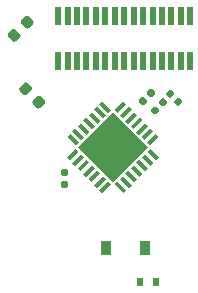
<source format=gbr>
G04 #@! TF.GenerationSoftware,KiCad,Pcbnew,(5.1.6)-1*
G04 #@! TF.CreationDate,2020-12-13T19:15:47+01:00*
G04 #@! TF.ProjectId,ACM-pcb,41434d2d-7063-4622-9e6b-696361645f70,rev?*
G04 #@! TF.SameCoordinates,Original*
G04 #@! TF.FileFunction,Paste,Bot*
G04 #@! TF.FilePolarity,Positive*
%FSLAX46Y46*%
G04 Gerber Fmt 4.6, Leading zero omitted, Abs format (unit mm)*
G04 Created by KiCad (PCBNEW (5.1.6)-1) date 2020-12-13 19:15:47*
%MOMM*%
%LPD*%
G01*
G04 APERTURE LIST*
%ADD10C,0.100000*%
%ADD11R,0.900000X1.200000*%
%ADD12R,0.550000X1.500000*%
%ADD13R,0.600000X0.700000*%
G04 APERTURE END LIST*
D10*
G36*
X74588171Y-74666600D02*
G01*
X73845709Y-75409062D01*
X73598221Y-75161574D01*
X74340683Y-74419112D01*
X74588171Y-74666600D01*
G37*
G36*
X75047791Y-75126220D02*
G01*
X74305329Y-75868682D01*
X74057841Y-75621194D01*
X74800303Y-74878732D01*
X75047791Y-75126220D01*
G37*
G36*
X75507410Y-75585839D02*
G01*
X74764948Y-76328301D01*
X74517460Y-76080813D01*
X75259922Y-75338351D01*
X75507410Y-75585839D01*
G37*
G36*
X75967029Y-76045459D02*
G01*
X75224567Y-76787921D01*
X74977079Y-76540433D01*
X75719541Y-75797971D01*
X75967029Y-76045459D01*
G37*
G36*
X76426649Y-76505078D02*
G01*
X75684187Y-77247540D01*
X75436699Y-77000052D01*
X76179161Y-76257590D01*
X76426649Y-76505078D01*
G37*
G36*
X76886268Y-76964697D02*
G01*
X76143806Y-77707159D01*
X75896318Y-77459671D01*
X76638780Y-76717209D01*
X76886268Y-76964697D01*
G37*
G36*
X77345888Y-77424317D02*
G01*
X76603426Y-78166779D01*
X76355938Y-77919291D01*
X77098400Y-77176829D01*
X77345888Y-77424317D01*
G37*
G36*
X76603426Y-78449621D02*
G01*
X77345888Y-79192083D01*
X77098400Y-79439571D01*
X76355938Y-78697109D01*
X76603426Y-78449621D01*
G37*
G36*
X76143806Y-78909241D02*
G01*
X76886268Y-79651703D01*
X76638780Y-79899191D01*
X75896318Y-79156729D01*
X76143806Y-78909241D01*
G37*
G36*
X75684187Y-79368860D02*
G01*
X76426649Y-80111322D01*
X76179161Y-80358810D01*
X75436699Y-79616348D01*
X75684187Y-79368860D01*
G37*
G36*
X75224567Y-79828479D02*
G01*
X75967029Y-80570941D01*
X75719541Y-80818429D01*
X74977079Y-80075967D01*
X75224567Y-79828479D01*
G37*
G36*
X74764948Y-80288099D02*
G01*
X75507410Y-81030561D01*
X75259922Y-81278049D01*
X74517460Y-80535587D01*
X74764948Y-80288099D01*
G37*
G36*
X74305329Y-80747718D02*
G01*
X75047791Y-81490180D01*
X74800303Y-81737668D01*
X74057841Y-80995206D01*
X74305329Y-80747718D01*
G37*
G36*
X73845709Y-81207338D02*
G01*
X74588171Y-81949800D01*
X74340683Y-82197288D01*
X73598221Y-81454826D01*
X73845709Y-81207338D01*
G37*
G36*
X73315379Y-81454826D02*
G01*
X72572917Y-82197288D01*
X72325429Y-81949800D01*
X73067891Y-81207338D01*
X73315379Y-81454826D01*
G37*
G36*
X72855759Y-80995206D02*
G01*
X72113297Y-81737668D01*
X71865809Y-81490180D01*
X72608271Y-80747718D01*
X72855759Y-80995206D01*
G37*
G36*
X72396140Y-80535587D02*
G01*
X71653678Y-81278049D01*
X71406190Y-81030561D01*
X72148652Y-80288099D01*
X72396140Y-80535587D01*
G37*
G36*
X71936521Y-80075967D02*
G01*
X71194059Y-80818429D01*
X70946571Y-80570941D01*
X71689033Y-79828479D01*
X71936521Y-80075967D01*
G37*
G36*
X71476901Y-79616348D02*
G01*
X70734439Y-80358810D01*
X70486951Y-80111322D01*
X71229413Y-79368860D01*
X71476901Y-79616348D01*
G37*
G36*
X71017282Y-79156729D02*
G01*
X70274820Y-79899191D01*
X70027332Y-79651703D01*
X70769794Y-78909241D01*
X71017282Y-79156729D01*
G37*
G36*
X70557662Y-78697109D02*
G01*
X69815200Y-79439571D01*
X69567712Y-79192083D01*
X70310174Y-78449621D01*
X70557662Y-78697109D01*
G37*
G36*
X69815200Y-77176829D02*
G01*
X70557662Y-77919291D01*
X70310174Y-78166779D01*
X69567712Y-77424317D01*
X69815200Y-77176829D01*
G37*
G36*
X70274820Y-76717209D02*
G01*
X71017282Y-77459671D01*
X70769794Y-77707159D01*
X70027332Y-76964697D01*
X70274820Y-76717209D01*
G37*
G36*
X70734439Y-76257590D02*
G01*
X71476901Y-77000052D01*
X71229413Y-77247540D01*
X70486951Y-76505078D01*
X70734439Y-76257590D01*
G37*
G36*
X71194059Y-75797971D02*
G01*
X71936521Y-76540433D01*
X71689033Y-76787921D01*
X70946571Y-76045459D01*
X71194059Y-75797971D01*
G37*
G36*
X71653678Y-75338351D02*
G01*
X72396140Y-76080813D01*
X72148652Y-76328301D01*
X71406190Y-75585839D01*
X71653678Y-75338351D01*
G37*
G36*
X72113297Y-74878732D02*
G01*
X72855759Y-75621194D01*
X72608271Y-75868682D01*
X71865809Y-75126220D01*
X72113297Y-74878732D01*
G37*
G36*
X72572917Y-74419112D02*
G01*
X73315379Y-75161574D01*
X73067891Y-75409062D01*
X72325429Y-74666600D01*
X72572917Y-74419112D01*
G37*
G36*
X73456800Y-75338352D02*
G01*
X76426648Y-78308200D01*
X73456800Y-81278048D01*
X70486952Y-78308200D01*
X73456800Y-75338352D01*
G37*
D11*
X76199000Y-86868000D03*
X72899000Y-86868000D03*
G36*
G01*
X69194900Y-80195200D02*
X69539900Y-80195200D01*
G75*
G02*
X69687400Y-80342700I0J-147500D01*
G01*
X69687400Y-80637700D01*
G75*
G02*
X69539900Y-80785200I-147500J0D01*
G01*
X69194900Y-80785200D01*
G75*
G02*
X69047400Y-80637700I0J147500D01*
G01*
X69047400Y-80342700D01*
G75*
G02*
X69194900Y-80195200I147500J0D01*
G01*
G37*
G36*
G01*
X69194900Y-81165200D02*
X69539900Y-81165200D01*
G75*
G02*
X69687400Y-81312700I0J-147500D01*
G01*
X69687400Y-81607700D01*
G75*
G02*
X69539900Y-81755200I-147500J0D01*
G01*
X69194900Y-81755200D01*
G75*
G02*
X69047400Y-81607700I0J147500D01*
G01*
X69047400Y-81312700D01*
G75*
G02*
X69194900Y-81165200I147500J0D01*
G01*
G37*
G36*
G01*
X67671602Y-74624410D02*
X67309210Y-74986803D01*
G75*
G02*
X66999850Y-74986803I-154680J154680D01*
G01*
X66690491Y-74677444D01*
G75*
G02*
X66690491Y-74368084I154680J154680D01*
G01*
X67052884Y-74005691D01*
G75*
G02*
X67362244Y-74005691I154680J-154680D01*
G01*
X67671603Y-74315050D01*
G75*
G02*
X67671603Y-74624410I-154680J-154680D01*
G01*
G37*
G36*
G01*
X66557908Y-73510716D02*
X66195516Y-73873109D01*
G75*
G02*
X65886156Y-73873109I-154680J154680D01*
G01*
X65576797Y-73563750D01*
G75*
G02*
X65576797Y-73254390I154680J154680D01*
G01*
X65939190Y-72891997D01*
G75*
G02*
X66248550Y-72891997I154680J-154680D01*
G01*
X66557909Y-73201356D01*
G75*
G02*
X66557909Y-73510716I-154680J-154680D01*
G01*
G37*
D12*
X80022000Y-70988000D03*
X80022000Y-67188000D03*
X79222000Y-70988000D03*
X79222000Y-67188000D03*
X78422000Y-70988000D03*
X78422000Y-67188000D03*
X77622000Y-70988000D03*
X77622000Y-67188000D03*
X76822000Y-70988000D03*
X76822000Y-67188000D03*
X76022000Y-70988000D03*
X76022000Y-67188000D03*
X75222000Y-70988000D03*
X75222000Y-67188000D03*
X74422000Y-70988000D03*
X74422000Y-67188000D03*
X73622000Y-70988000D03*
X73622000Y-67188000D03*
X72822000Y-70988000D03*
X72822000Y-67188000D03*
X72022000Y-70988000D03*
X72022000Y-67188000D03*
X71222000Y-70988000D03*
X71222000Y-67188000D03*
X70422000Y-70988000D03*
X70422000Y-67188000D03*
X69622000Y-70988000D03*
X69622000Y-67188000D03*
X68822000Y-70988000D03*
X68822000Y-67188000D03*
D13*
X77150000Y-89725000D03*
X75750000Y-89725000D03*
G36*
G01*
X66078684Y-68233708D02*
X65716291Y-67871316D01*
G75*
G02*
X65716291Y-67561956I154680J154680D01*
G01*
X66025650Y-67252597D01*
G75*
G02*
X66335010Y-67252597I154680J-154680D01*
G01*
X66697403Y-67614990D01*
G75*
G02*
X66697403Y-67924350I-154680J-154680D01*
G01*
X66388044Y-68233709D01*
G75*
G02*
X66078684Y-68233709I-154680J154680D01*
G01*
G37*
G36*
G01*
X64964990Y-69347402D02*
X64602597Y-68985010D01*
G75*
G02*
X64602597Y-68675650I154680J154680D01*
G01*
X64911956Y-68366291D01*
G75*
G02*
X65221316Y-68366291I154680J-154680D01*
G01*
X65583709Y-68728684D01*
G75*
G02*
X65583709Y-69038044I-154680J-154680D01*
G01*
X65274350Y-69347403D01*
G75*
G02*
X64964990Y-69347403I-154680J154680D01*
G01*
G37*
G36*
G01*
X76951579Y-75539972D02*
X76707628Y-75296020D01*
G75*
G02*
X76707628Y-75087424I104298J104298D01*
G01*
X76916224Y-74878828D01*
G75*
G02*
X77124820Y-74878828I104298J-104298D01*
G01*
X77368772Y-75122780D01*
G75*
G02*
X77368772Y-75331376I-104298J-104298D01*
G01*
X77160176Y-75539972D01*
G75*
G02*
X76951580Y-75539972I-104298J104298D01*
G01*
G37*
G36*
G01*
X77637473Y-74854078D02*
X77393522Y-74610126D01*
G75*
G02*
X77393522Y-74401530I104298J104298D01*
G01*
X77602118Y-74192934D01*
G75*
G02*
X77810714Y-74192934I104298J-104298D01*
G01*
X78054666Y-74436886D01*
G75*
G02*
X78054666Y-74645482I-104298J-104298D01*
G01*
X77846070Y-74854078D01*
G75*
G02*
X77637474Y-74854078I-104298J104298D01*
G01*
G37*
G36*
G01*
X77977628Y-73700379D02*
X78221580Y-73456428D01*
G75*
G02*
X78430176Y-73456428I104298J-104298D01*
G01*
X78638772Y-73665024D01*
G75*
G02*
X78638772Y-73873620I-104298J-104298D01*
G01*
X78394820Y-74117572D01*
G75*
G02*
X78186224Y-74117572I-104298J104298D01*
G01*
X77977628Y-73908976D01*
G75*
G02*
X77977628Y-73700380I104298J104298D01*
G01*
G37*
G36*
G01*
X78663522Y-74386273D02*
X78907474Y-74142322D01*
G75*
G02*
X79116070Y-74142322I104298J-104298D01*
G01*
X79324666Y-74350918D01*
G75*
G02*
X79324666Y-74559514I-104298J-104298D01*
G01*
X79080714Y-74803466D01*
G75*
G02*
X78872118Y-74803466I-104298J104298D01*
G01*
X78663522Y-74594870D01*
G75*
G02*
X78663522Y-74386274I104298J104298D01*
G01*
G37*
G36*
G01*
X75935579Y-74752572D02*
X75691628Y-74508620D01*
G75*
G02*
X75691628Y-74300024I104298J104298D01*
G01*
X75900224Y-74091428D01*
G75*
G02*
X76108820Y-74091428I104298J-104298D01*
G01*
X76352772Y-74335380D01*
G75*
G02*
X76352772Y-74543976I-104298J-104298D01*
G01*
X76144176Y-74752572D01*
G75*
G02*
X75935580Y-74752572I-104298J104298D01*
G01*
G37*
G36*
G01*
X76621473Y-74066678D02*
X76377522Y-73822726D01*
G75*
G02*
X76377522Y-73614130I104298J104298D01*
G01*
X76586118Y-73405534D01*
G75*
G02*
X76794714Y-73405534I104298J-104298D01*
G01*
X77038666Y-73649486D01*
G75*
G02*
X77038666Y-73858082I-104298J-104298D01*
G01*
X76830070Y-74066678D01*
G75*
G02*
X76621474Y-74066678I-104298J104298D01*
G01*
G37*
M02*

</source>
